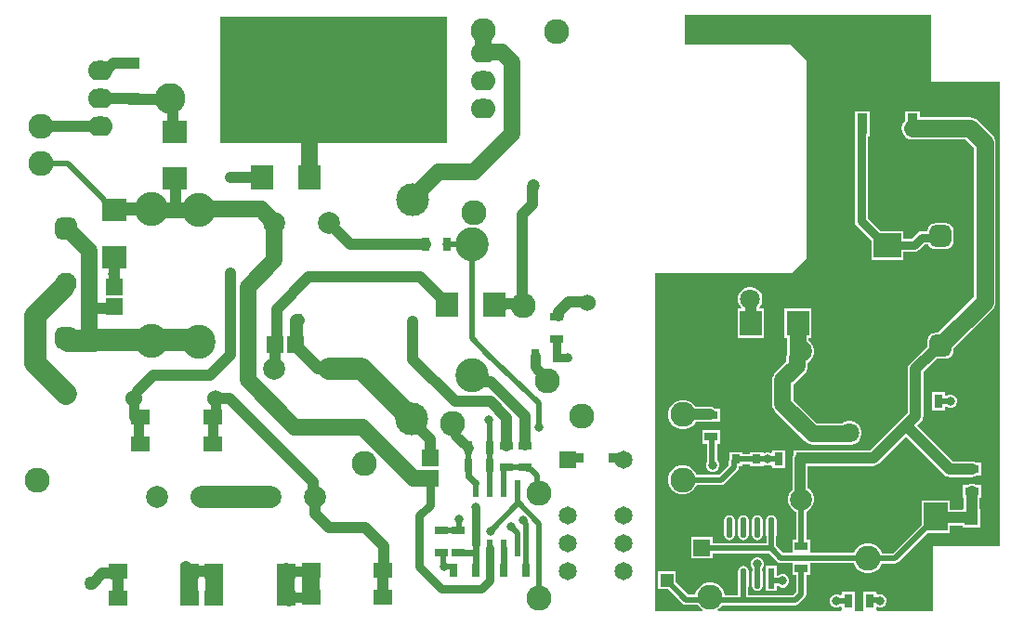
<source format=gbr>
%TF.GenerationSoftware,Altium Limited,Altium Designer,21.6.4 (81)*%
G04 Layer_Physical_Order=2*
G04 Layer_Color=16711680*
%FSLAX43Y43*%
%MOMM*%
%TF.SameCoordinates,3FCC9EDD-E33D-4AE7-AC82-89E58AA9E509*%
%TF.FilePolarity,Positive*%
%TF.FileFunction,Copper,L2,Bot,Signal*%
%TF.Part,Single*%
G01*
G75*
%TA.AperFunction,Conductor*%
%ADD15C,1.000*%
%ADD16C,0.500*%
%ADD17C,0.300*%
%ADD18C,0.800*%
%ADD19C,2.000*%
%ADD20C,1.200*%
%ADD21C,1.500*%
%TA.AperFunction,TestPad*%
%ADD32C,2.286*%
%TA.AperFunction,ComponentPad*%
%ADD33C,1.650*%
%ADD34R,1.650X1.650*%
%TA.AperFunction,TestPad*%
%ADD35C,1.950*%
G04:AMPARAMS|DCode=36|XSize=1.95mm|YSize=1.95mm|CornerRadius=0.488mm|HoleSize=0mm|Usage=FLASHONLY|Rotation=270.000|XOffset=0mm|YOffset=0mm|HoleType=Round|Shape=RoundedRectangle|*
%AMROUNDEDRECTD36*
21,1,1.950,0.975,0,0,270.0*
21,1,0.975,1.950,0,0,270.0*
1,1,0.975,-0.488,-0.488*
1,1,0.975,-0.488,0.488*
1,1,0.975,0.488,0.488*
1,1,0.975,0.488,-0.488*
%
%ADD36ROUNDEDRECTD36*%
%TA.AperFunction,ComponentPad*%
%ADD37C,2.000*%
%TA.AperFunction,TestPad*%
%ADD38C,2.000*%
%TA.AperFunction,ComponentPad*%
%ADD39C,3.000*%
%TA.AperFunction,TestPad*%
%ADD40C,1.524*%
%TA.AperFunction,ComponentPad*%
%ADD41C,2.286*%
%ADD42O,3.000X3.100*%
%TA.AperFunction,TestPad*%
%ADD43O,2.286X1.778*%
%ADD44C,4.572*%
%TA.AperFunction,ComponentPad*%
%ADD45C,2.794*%
%ADD46O,2.286X1.778*%
%TA.AperFunction,TestPad*%
%ADD47R,1.200X1.200*%
%ADD48C,1.200*%
%ADD49R,1.250X1.250*%
%ADD50C,1.250*%
%TA.AperFunction,ViaPad*%
%ADD51C,0.800*%
%ADD52C,1.270*%
%ADD53C,1.200*%
%ADD54C,1.800*%
%ADD55C,1.000*%
%TA.AperFunction,SMDPad,CuDef*%
%ADD56R,1.800X1.450*%
%ADD57R,0.900X0.950*%
%ADD58R,0.800X1.250*%
%ADD59R,2.500X2.200*%
%ADD60R,0.950X1.900*%
%ADD61R,3.250X1.900*%
%ADD62R,0.800X0.900*%
%ADD63R,0.600X1.500*%
%ADD64R,2.200X2.500*%
%ADD65R,1.250X0.800*%
%TA.AperFunction,TestPad*%
%ADD66R,2.000X2.300*%
%TA.AperFunction,SMDPad,CuDef*%
%ADD67R,2.300X2.000*%
%ADD68R,1.600X1.000*%
%ADD69R,0.543X1.874*%
G04:AMPARAMS|DCode=70|XSize=1.874mm|YSize=0.543mm|CornerRadius=0.272mm|HoleSize=0mm|Usage=FLASHONLY|Rotation=90.000|XOffset=0mm|YOffset=0mm|HoleType=Round|Shape=RoundedRectangle|*
%AMROUNDEDRECTD70*
21,1,1.874,0.000,0,0,90.0*
21,1,1.331,0.543,0,0,90.0*
1,1,0.543,0.000,0.665*
1,1,0.543,0.000,-0.665*
1,1,0.543,0.000,-0.665*
1,1,0.543,0.000,0.665*
%
%ADD70ROUNDEDRECTD70*%
%ADD71R,1.556X1.505*%
%ADD72R,2.000X2.300*%
%ADD73R,1.505X1.556*%
%TA.AperFunction,Conductor*%
%ADD74C,0.900*%
%ADD75C,1.400*%
%ADD76C,0.600*%
%ADD77C,1.600*%
%ADD78R,2.134X3.023*%
%ADD79R,3.496X3.574*%
%ADD80R,4.434X4.572*%
%ADD81R,3.040X3.937*%
%ADD82R,20.701X11.557*%
%ADD83R,2.479X2.390*%
%ADD84R,2.476X2.286*%
G36*
X84404Y48630D02*
X84455Y48579D01*
X90667D01*
X90667Y6272D01*
X84545D01*
Y331D01*
X79417Y329D01*
X79400Y456D01*
Y650D01*
X79506Y720D01*
X79617Y674D01*
X79855D01*
X80076Y766D01*
X80245Y935D01*
X80336Y1155D01*
Y1394D01*
X80245Y1614D01*
X80076Y1783D01*
X79855Y1874D01*
X79617D01*
X79506Y1828D01*
X79400Y1899D01*
Y2099D01*
X78200D01*
Y456D01*
X78200Y449D01*
X78184Y329D01*
X77416Y329D01*
X77400Y456D01*
Y2099D01*
X76200D01*
Y1811D01*
X76083Y1749D01*
X75862Y1840D01*
X75623D01*
X75403Y1749D01*
X75234Y1580D01*
X75143Y1360D01*
Y1121D01*
X75234Y901D01*
X75403Y732D01*
X75623Y640D01*
X75862D01*
X76083Y732D01*
X76200Y670D01*
Y456D01*
X76200Y449D01*
X76185Y329D01*
X64945Y326D01*
X64911Y453D01*
X65061Y540D01*
X65311Y790D01*
X65353Y862D01*
X71985D01*
X72160Y897D01*
X72309Y996D01*
X72867Y1554D01*
X72966Y1703D01*
X73001Y1879D01*
Y3635D01*
X73368D01*
Y4700D01*
X77346D01*
X77362Y4641D01*
X77538Y4335D01*
X77788Y4085D01*
X78095Y3908D01*
X78436Y3816D01*
X78790D01*
X79131Y3908D01*
X79438Y4085D01*
X79688Y4335D01*
X79864Y4641D01*
X79866Y4647D01*
X81077D01*
X81252Y4682D01*
X81401Y4781D01*
X84086Y7465D01*
X86081D01*
Y8136D01*
X87211D01*
Y7944D01*
X88861D01*
Y9594D01*
X88761D01*
Y10643D01*
X88899D01*
Y11843D01*
X88390D01*
X88238Y11906D01*
X88055Y11930D01*
X87872Y11906D01*
X87720Y11843D01*
X87249D01*
Y10643D01*
X87349D01*
Y9594D01*
X87211D01*
Y9548D01*
X86081D01*
Y10365D01*
X83481D01*
Y8158D01*
X80887Y5564D01*
X79895D01*
X79864Y5678D01*
X79688Y5984D01*
X79438Y6234D01*
X79131Y6411D01*
X78790Y6502D01*
X78436D01*
X78095Y6411D01*
X77788Y6234D01*
X77538Y5984D01*
X77362Y5678D01*
X77346Y5618D01*
X73488D01*
X73368Y5635D01*
X73368Y5745D01*
Y6835D01*
X73001D01*
Y9404D01*
X73237Y9540D01*
X73460Y9763D01*
X73618Y10037D01*
X73700Y10342D01*
Y10658D01*
X73618Y10963D01*
X73460Y11237D01*
X73237Y11460D01*
X73121Y11527D01*
Y13563D01*
X79141D01*
X79323Y13587D01*
X79494Y13658D01*
X79640Y13770D01*
X82093Y16223D01*
X85572Y12744D01*
X85718Y12631D01*
X85888Y12561D01*
X86071Y12537D01*
X88074D01*
X88257Y12561D01*
X88427Y12631D01*
X88442Y12643D01*
X88899D01*
Y13843D01*
X88442D01*
X88427Y13854D01*
X88257Y13925D01*
X88074Y13949D01*
X86364D01*
X83091Y17221D01*
X83456Y17586D01*
X83568Y17732D01*
X83638Y17902D01*
X83662Y18085D01*
Y19331D01*
X83646Y19456D01*
X83662Y19581D01*
Y22090D01*
X84907Y23334D01*
X85722D01*
X85901Y23358D01*
X86069Y23427D01*
X86212Y23537D01*
X86322Y23681D01*
X86392Y23848D01*
X86415Y24027D01*
Y24269D01*
X89948Y27802D01*
X90108Y28010D01*
X90209Y28254D01*
X90243Y28515D01*
Y43023D01*
X90209Y43285D01*
X90108Y43528D01*
X89948Y43737D01*
X88643Y45041D01*
X88434Y45201D01*
X88191Y45302D01*
X87930Y45336D01*
X83341D01*
Y45903D01*
X81991D01*
Y45051D01*
X81977Y45041D01*
X81817Y44832D01*
X81716Y44589D01*
X81682Y44328D01*
X81716Y44067D01*
X81817Y43823D01*
X81977Y43615D01*
X81991Y43604D01*
Y43603D01*
X81993D01*
X82186Y43454D01*
X82430Y43354D01*
X82691Y43319D01*
X87512D01*
X88226Y42606D01*
Y28933D01*
X84989Y25696D01*
X84747D01*
X84567Y25672D01*
X84400Y25603D01*
X84257Y25493D01*
X84146Y25349D01*
X84077Y25182D01*
X84053Y25002D01*
Y24478D01*
X82457Y22881D01*
X82345Y22735D01*
X82274Y22565D01*
X82250Y22382D01*
Y19581D01*
X82267Y19456D01*
X82250Y19331D01*
Y18377D01*
X81594Y17720D01*
X78848Y14975D01*
X73047D01*
Y14998D01*
X71846D01*
Y14582D01*
X71804Y14526D01*
X71733Y14356D01*
X71709Y14173D01*
Y11406D01*
X71540Y11237D01*
X71382Y10963D01*
X71300Y10658D01*
Y10342D01*
X71382Y10037D01*
X71540Y9763D01*
X71763Y9540D01*
X72037Y9382D01*
X72084Y9369D01*
Y6835D01*
X71718D01*
X71718Y5635D01*
X71598Y5618D01*
X70875D01*
X70258Y6235D01*
Y7148D01*
X70280Y7259D01*
Y8590D01*
X70244Y8774D01*
X70139Y8930D01*
X69983Y9034D01*
X69799Y9071D01*
X69615Y9034D01*
X69459Y8930D01*
X69355Y8774D01*
X69318Y8590D01*
Y7259D01*
X69340Y7148D01*
Y6504D01*
X64469D01*
Y7071D01*
X62513D01*
Y5166D01*
X64469D01*
Y5586D01*
X69609D01*
X70361Y4835D01*
X70510Y4735D01*
X70685Y4700D01*
X71718D01*
Y3635D01*
X72084D01*
Y2069D01*
X71795Y1780D01*
X67710D01*
Y2474D01*
X67740Y2627D01*
Y3958D01*
X67704Y4142D01*
X67599Y4298D01*
X67443Y4402D01*
X67259Y4439D01*
X67075Y4402D01*
X66919Y4298D01*
X66815Y4142D01*
X66778Y3958D01*
Y2627D01*
X66792Y2558D01*
Y1780D01*
X65580D01*
Y1791D01*
X65488Y2133D01*
X65311Y2439D01*
X65061Y2689D01*
X64755Y2866D01*
X64413Y2957D01*
X64060D01*
X63718Y2866D01*
X63412Y2689D01*
X63162Y2439D01*
X62985Y2133D01*
X62900Y1816D01*
X62238D01*
X61086Y2968D01*
Y3919D01*
X59486D01*
Y2319D01*
X60437D01*
X61723Y1033D01*
X61872Y933D01*
X62048Y898D01*
X63099D01*
X63162Y790D01*
X63412Y540D01*
X63562Y453D01*
X63528Y326D01*
X59323Y325D01*
X59233Y414D01*
Y530D01*
Y31166D01*
X71653D01*
X72983Y32495D01*
X72983Y50563D01*
X71546Y52000D01*
X61951Y52000D01*
X61951Y54667D01*
X84404D01*
Y48630D01*
D02*
G37*
%LPC*%
G36*
X78741Y45903D02*
X77391D01*
Y43603D01*
X77417D01*
Y35846D01*
X77464Y35612D01*
X77596Y35414D01*
X78916Y34094D01*
Y32359D01*
X81816D01*
Y33048D01*
X82817D01*
X83051Y33094D01*
X83250Y33227D01*
X83763Y33740D01*
X84114D01*
X84146Y33662D01*
X84257Y33519D01*
X84400Y33409D01*
X84567Y33339D01*
X84747Y33316D01*
X85722D01*
X85901Y33339D01*
X86069Y33409D01*
X86212Y33519D01*
X86322Y33662D01*
X86392Y33830D01*
X86415Y34009D01*
Y34984D01*
X86392Y35164D01*
X86322Y35331D01*
X86212Y35474D01*
X86069Y35585D01*
X85901Y35654D01*
X85722Y35677D01*
X84747D01*
X84567Y35654D01*
X84400Y35585D01*
X84257Y35474D01*
X84146Y35331D01*
X84077Y35164D01*
X84053Y34984D01*
Y34963D01*
X83509D01*
X83275Y34917D01*
X83077Y34784D01*
X82564Y34271D01*
X81816D01*
Y34959D01*
X79781D01*
X78641Y36100D01*
Y43603D01*
X78741D01*
Y45903D01*
D02*
G37*
G36*
X68039Y29853D02*
X67749D01*
X67470Y29778D01*
X67219Y29633D01*
X67014Y29428D01*
X66869Y29177D01*
X66794Y28898D01*
Y28608D01*
X66869Y28328D01*
X67014Y28077D01*
X67081Y28010D01*
X67032Y27893D01*
X66729D01*
Y25193D01*
X69129D01*
Y27893D01*
X68770D01*
X68717Y28020D01*
X68774Y28077D01*
X68919Y28328D01*
X68994Y28608D01*
Y28898D01*
X68919Y29177D01*
X68774Y29428D01*
X68570Y29633D01*
X68319Y29778D01*
X68039Y29853D01*
D02*
G37*
G36*
X85623Y20281D02*
X84423D01*
Y18631D01*
X85623D01*
Y18927D01*
X85750Y18979D01*
X85764Y18965D01*
X85984Y18874D01*
X86223D01*
X86444Y18965D01*
X86612Y19134D01*
X86704Y19354D01*
Y19593D01*
X86612Y19814D01*
X86444Y19982D01*
X86223Y20074D01*
X85984D01*
X85764Y19982D01*
X85750Y19969D01*
X85623Y20020D01*
Y20281D01*
D02*
G37*
G36*
X61924Y19579D02*
X61571D01*
X61229Y19487D01*
X60923Y19311D01*
X60673Y19061D01*
X60496Y18754D01*
X60404Y18413D01*
Y18059D01*
X60496Y17718D01*
X60673Y17411D01*
X60923Y17161D01*
X61229Y16985D01*
X61571Y16893D01*
X61924D01*
X62266Y16985D01*
X62572Y17161D01*
X62822Y17411D01*
X62906Y17557D01*
X64213D01*
X64396Y17581D01*
X64443Y17600D01*
X65163D01*
Y18800D01*
X64662D01*
X64566Y18874D01*
X64396Y18945D01*
X64213Y18969D01*
X62875D01*
X62822Y19061D01*
X62572Y19311D01*
X62266Y19487D01*
X61924Y19579D01*
D02*
G37*
G36*
X73429Y27893D02*
X71029D01*
Y25193D01*
X71280D01*
Y23852D01*
X71227Y23724D01*
X71195Y23476D01*
Y23070D01*
X70177Y22053D01*
X70025Y21855D01*
X69929Y21624D01*
X69896Y21375D01*
Y20287D01*
X69894Y20269D01*
X69896Y20252D01*
Y19175D01*
X69929Y18927D01*
X70025Y18696D01*
X70177Y18497D01*
X72893Y15782D01*
X73091Y15629D01*
X73323Y15534D01*
X73571Y15501D01*
X76621D01*
X76792Y15455D01*
X77081D01*
X77361Y15530D01*
X77612Y15675D01*
X77817Y15880D01*
X77962Y16131D01*
X78037Y16410D01*
Y16700D01*
X77962Y16980D01*
X77817Y17231D01*
X77612Y17435D01*
X77361Y17580D01*
X77081Y17655D01*
X76792D01*
X76512Y17580D01*
X76261Y17435D01*
X76243Y17417D01*
X73967D01*
X71813Y19572D01*
Y20267D01*
X71813Y20269D01*
X71813Y20272D01*
Y20979D01*
X72830Y21996D01*
X72983Y22194D01*
X73078Y22426D01*
X73111Y22674D01*
Y22967D01*
X73237Y23040D01*
X73460Y23263D01*
X73618Y23537D01*
X73700Y23842D01*
Y24158D01*
X73618Y24463D01*
X73460Y24737D01*
X73237Y24960D01*
X73197Y24983D01*
Y25193D01*
X73429D01*
Y27893D01*
D02*
G37*
G36*
X71047Y14998D02*
X69846D01*
Y14793D01*
X69719Y14712D01*
X69571Y14773D01*
X69332D01*
X69180Y14710D01*
X69053Y14789D01*
Y14823D01*
X67853D01*
Y14632D01*
X67153D01*
Y14823D01*
X65953D01*
Y14068D01*
X65944Y14023D01*
Y13616D01*
X65080Y12752D01*
X62989D01*
X62973Y12812D01*
X62797Y13118D01*
X62547Y13368D01*
X62240Y13545D01*
X61899Y13637D01*
X61545D01*
X61204Y13545D01*
X60897Y13368D01*
X60647Y13118D01*
X60471Y12812D01*
X60379Y12470D01*
Y12117D01*
X60471Y11775D01*
X60647Y11469D01*
X60897Y11219D01*
X61204Y11042D01*
X61545Y10951D01*
X61899D01*
X62240Y11042D01*
X62547Y11219D01*
X62797Y11469D01*
X62973Y11775D01*
X62989Y11835D01*
X65270D01*
X65446Y11870D01*
X65595Y11969D01*
X66727Y13102D01*
X66827Y13251D01*
X66862Y13426D01*
Y13523D01*
X67153D01*
Y13714D01*
X67853D01*
Y13523D01*
X69053D01*
Y13557D01*
X69180Y13636D01*
X69332Y13573D01*
X69571D01*
X69719Y13635D01*
X69846Y13553D01*
Y13348D01*
X71047D01*
Y14998D01*
D02*
G37*
G36*
X65163Y16800D02*
X63513D01*
Y15600D01*
X63949D01*
Y13961D01*
X63865Y13759D01*
Y13520D01*
X63957Y13300D01*
X64125Y13131D01*
X64346Y13040D01*
X64585D01*
X64805Y13131D01*
X64974Y13300D01*
X65065Y13520D01*
Y13759D01*
X64974Y13980D01*
X64867Y14087D01*
Y15600D01*
X65163D01*
Y16800D01*
D02*
G37*
G36*
X68529Y9071D02*
X68345Y9034D01*
X68189Y8930D01*
X68085Y8774D01*
X68048Y8590D01*
Y7259D01*
X68085Y7075D01*
X68189Y6919D01*
X68345Y6815D01*
X68529Y6779D01*
X68713Y6815D01*
X68869Y6919D01*
X68974Y7075D01*
X69010Y7259D01*
Y8590D01*
X68974Y8774D01*
X68869Y8930D01*
X68713Y9034D01*
X68529Y9071D01*
D02*
G37*
G36*
X67259D02*
X67075Y9034D01*
X66919Y8930D01*
X66815Y8774D01*
X66778Y8590D01*
Y7259D01*
X66815Y7075D01*
X66919Y6919D01*
X67075Y6815D01*
X67259Y6779D01*
X67443Y6815D01*
X67599Y6919D01*
X67704Y7075D01*
X67740Y7259D01*
Y8590D01*
X67704Y8774D01*
X67599Y8930D01*
X67443Y9034D01*
X67259Y9071D01*
D02*
G37*
G36*
X65989D02*
X65805Y9034D01*
X65649Y8930D01*
X65545Y8774D01*
X65508Y8590D01*
Y7259D01*
X65545Y7075D01*
X65649Y6919D01*
X65805Y6815D01*
X65989Y6779D01*
X66173Y6815D01*
X66329Y6919D01*
X66434Y7075D01*
X66470Y7259D01*
Y8590D01*
X66434Y8774D01*
X66329Y8930D01*
X66173Y9034D01*
X65989Y9071D01*
D02*
G37*
G36*
X70271Y4430D02*
X69328D01*
Y2156D01*
X70271D01*
Y2615D01*
X70448D01*
X70498Y2565D01*
X70719Y2474D01*
X70957D01*
X71178Y2565D01*
X71347Y2734D01*
X71438Y2955D01*
Y3193D01*
X71347Y3414D01*
X71178Y3583D01*
X70957Y3674D01*
X70719D01*
X70498Y3583D01*
X70448Y3533D01*
X70271D01*
Y4430D01*
D02*
G37*
G36*
X68649Y5223D02*
X68410D01*
X68189Y5131D01*
X68021Y4963D01*
X67929Y4742D01*
Y4503D01*
X68021Y4283D01*
X68070Y4233D01*
Y4069D01*
X68048Y3958D01*
Y2627D01*
X68085Y2443D01*
X68189Y2287D01*
X68345Y2183D01*
X68529Y2146D01*
X68713Y2183D01*
X68869Y2287D01*
X68974Y2443D01*
X69010Y2627D01*
Y3958D01*
X68988Y4069D01*
Y4233D01*
X69038Y4283D01*
X69129Y4503D01*
Y4742D01*
X69038Y4963D01*
X68869Y5131D01*
X68649Y5223D01*
D02*
G37*
%LPD*%
D15*
X24727Y24688D02*
Y26848D01*
X37780Y30785D02*
X40242Y28323D01*
X24727Y26848D02*
Y27860D01*
X27652Y30785D01*
X37780D01*
X40242Y28211D02*
Y28323D01*
X34527Y4029D02*
Y6206D01*
X32808Y7925D02*
X34527Y6206D01*
X29489Y7925D02*
X32808D01*
X28225Y9189D02*
X29489Y7925D01*
X28225Y9189D02*
Y10662D01*
X28053Y10834D02*
X28225Y10662D01*
X18708Y1552D02*
Y4002D01*
X17097Y1473D02*
Y3923D01*
X16436Y1910D02*
Y4360D01*
X25893Y1263D02*
Y3713D01*
X25301Y1714D02*
Y4164D01*
X27533Y1786D02*
Y4236D01*
X25633Y1755D02*
Y4205D01*
X16792Y1526D02*
Y3976D01*
X7927Y2876D02*
X7948Y2896D01*
X7927Y2845D02*
Y2876D01*
X8834Y3751D02*
X10017D01*
X7948Y2896D02*
X7979D01*
X8834Y3751D01*
X10017D02*
X10222Y3956D01*
X10242Y1526D02*
Y3976D01*
X9906Y29958D02*
Y32588D01*
X13506Y21838D02*
X18663D01*
X12026Y20357D02*
X13506Y21838D01*
X17634Y36931D02*
X17678Y36886D01*
X5975Y25286D02*
X7171D01*
X5860Y25171D02*
X5975Y25286D01*
X5500Y25171D02*
X5860D01*
X7171Y25286D02*
X7645Y25761D01*
X16792Y3976D02*
X19030D01*
X34419Y3879D02*
X34569Y4029D01*
X34419Y1504D02*
Y3879D01*
X47092Y36465D02*
X48069Y37443D01*
Y39027D01*
X47092Y28264D02*
Y36465D01*
X48069Y39027D02*
X48108Y39065D01*
X45669Y15406D02*
Y17958D01*
X40981Y19431D02*
X44196D01*
X45669Y17958D01*
X44267Y21259D02*
X47403Y18124D01*
X43099Y21259D02*
X44267D01*
X47403Y15506D02*
Y18124D01*
X82666Y44353D02*
Y44753D01*
Y44353D02*
X82691Y44328D01*
X80366Y40559D02*
Y50853D01*
X52984Y28499D02*
X53061Y28423D01*
X50399Y27541D02*
X51357Y28499D01*
X52984D01*
X50399Y27262D02*
Y27541D01*
X20472Y19669D02*
X28053Y12088D01*
X19193Y19669D02*
X20472D01*
X28053Y10834D02*
Y12088D01*
X72415Y10500D02*
Y14173D01*
X20486Y39853D02*
X23428D01*
X18663Y21838D02*
X20486Y23661D01*
Y31115D01*
X37109Y23303D02*
X40981Y19431D01*
X37109Y23303D02*
Y26756D01*
X38710Y14261D02*
Y15977D01*
X37059Y17627D02*
X38710Y15977D01*
X29486Y35738D02*
X31486Y33738D01*
X38268D01*
X49108Y20743D02*
X49108D01*
X49428Y20999D02*
Y21336D01*
X17536Y25029D02*
X17678Y24886D01*
X7645Y27940D02*
X9842D01*
X9982Y28081D01*
X15037Y47015D02*
X15239Y46813D01*
Y44239D02*
Y46813D01*
Y44239D02*
X15443Y44035D01*
X11354Y46990D02*
X15011D01*
X15070Y39887D02*
X15570Y39387D01*
Y36924D02*
Y39387D01*
X15037Y39735D02*
X15070D01*
X13335Y36963D02*
X14636D01*
X24626Y24587D02*
X24727Y24688D01*
X24556Y24517D02*
X24626Y24587D01*
X61774Y18263D02*
X64213D01*
X79141Y14269D02*
X82093Y17221D01*
X72447Y14173D02*
X72542Y14269D01*
X79141D01*
X84854Y8842D02*
X87963D01*
X88036Y8769D01*
X84781Y8915D02*
X84854Y8842D01*
X82093Y17221D02*
X82956Y18085D01*
X82093Y17221D02*
X86071Y13243D01*
X88074D01*
X88055Y8788D02*
Y11224D01*
X82956Y18085D02*
Y19331D01*
Y19581D02*
Y22382D01*
X84614Y24040D01*
X84759D02*
X85234Y24515D01*
X84614Y24040D02*
X84759D01*
X67735Y27086D02*
X67805D01*
X67911Y27193D02*
Y28736D01*
X67805Y27086D02*
X67911Y27193D01*
X67894Y28753D02*
X67911Y28736D01*
X24486Y22384D02*
X24556Y22454D01*
Y24517D01*
X8687Y49555D02*
X9162D01*
X9873Y50266D02*
X11430D01*
X9162Y49555D02*
X9873Y50266D01*
X11252Y47092D02*
X11354Y46990D01*
X8687Y47015D02*
X11252D01*
X45517Y28327D02*
X47125D01*
X44587Y28256D02*
X45517D01*
X3226Y44475D02*
X8687D01*
D16*
X47194Y8515D02*
Y8597D01*
Y8515D02*
X47461Y8249D01*
Y4283D02*
Y8249D01*
X46711Y10282D02*
X48674Y8319D01*
X46711Y6218D02*
Y7445D01*
X46101Y8055D02*
X46711Y7445D01*
X48674Y1392D02*
Y8319D01*
X39927Y4477D02*
X39984Y4420D01*
X46711Y10159D02*
Y11467D01*
X44018Y23704D02*
X48521Y19376D01*
X48674Y19223D01*
Y17071D02*
Y19223D01*
X66403Y13426D02*
Y14023D01*
X66553Y14173D01*
X61722Y12294D02*
X65270D01*
X66403Y13426D01*
X47546Y13256D02*
X47881D01*
X47396Y13406D02*
X47546Y13256D01*
X48435Y11310D02*
Y12703D01*
X47881Y13256D02*
X48435Y12703D01*
X44196Y7644D02*
X46711Y10159D01*
X41326Y7685D02*
Y8668D01*
X41300Y7659D02*
X41326Y7685D01*
Y8668D02*
X41351Y8694D01*
X39728Y7657D02*
X41298D01*
X39725Y7655D02*
X39728Y7657D01*
X41298D02*
X41300Y7659D01*
X38710Y12434D02*
X38735Y12460D01*
X48435Y11310D02*
X48569Y11176D01*
X55408Y14266D02*
X56327D01*
X55398Y14256D02*
X55408Y14266D01*
X56327D02*
X56337Y14276D01*
X51257D02*
X51278Y14256D01*
X52248D01*
X39984Y4420D02*
X40042Y4362D01*
X40713D02*
X40863Y4212D01*
X40042Y4362D02*
X40713D01*
X39927Y4477D02*
Y5505D01*
X39777Y5655D02*
X39927Y5505D01*
X39725Y5655D02*
X39777D01*
X40863Y4068D02*
Y4212D01*
X45707Y13444D02*
X47396D01*
X44070Y17750D02*
X44125Y17696D01*
Y15269D02*
X44180Y15214D01*
X44125Y15269D02*
Y17696D01*
X44014Y23708D02*
X44018Y23704D01*
X42570Y25190D02*
X44008Y23713D01*
X42570Y25190D02*
Y33788D01*
X44008Y23713D02*
X44014Y23708D01*
X42570Y21788D02*
X43099Y21259D01*
X40116Y33782D02*
X40161Y33738D01*
X44175Y13644D02*
Y15214D01*
Y11472D02*
Y13644D01*
X83858Y40559D02*
X84921Y39497D01*
X85234D01*
X86012Y19474D02*
X86030Y19491D01*
X85041Y19474D02*
X86012D01*
X85023Y19456D02*
X85041Y19474D01*
X64408Y13697D02*
X64465Y13640D01*
X64338Y16200D02*
X64408Y16130D01*
Y13697D02*
Y16130D01*
X81077Y5105D02*
X83887Y7915D01*
X78613Y5159D02*
X78667Y5105D01*
X81077D01*
X70685Y5159D02*
X78613D01*
X69799Y6045D02*
X69974Y5871D01*
X69799Y6045D02*
Y7925D01*
X69974Y5871D02*
X70685Y5159D01*
X63565Y6045D02*
X69799D01*
Y7925D02*
X69799Y7925D01*
X63491Y6119D02*
X63565Y6045D01*
X67251Y1338D02*
Y3356D01*
X67234Y1321D02*
X71985D01*
X64426D02*
X67234D01*
X67251Y1338D01*
Y3356D02*
X67259Y3364D01*
X71985Y1321D02*
X72543Y1879D01*
Y4235D01*
X72542Y6314D02*
Y10458D01*
X66553Y14173D02*
X68453D01*
X67500Y21846D02*
Y24000D01*
X69051Y20269D02*
Y20295D01*
X67500Y21846D02*
X69051Y20295D01*
X64958Y24000D02*
X67500D01*
X60561Y28398D02*
X64958Y24000D01*
X37059Y17627D02*
Y17811D01*
X42901Y6067D02*
X42913Y6080D01*
X9006Y37638D02*
X9681Y36963D01*
X5715Y41097D02*
X9006Y37806D01*
X3293Y41097D02*
X5715D01*
X9681Y36963D02*
X9850D01*
X9006Y37638D02*
Y37806D01*
X79784Y1298D02*
X79807Y1321D01*
X78823Y1298D02*
X79784D01*
X78800Y1274D02*
X78823Y1298D01*
X69452Y14173D02*
X70447D01*
X68707D02*
X69452D01*
X68529Y3293D02*
Y4623D01*
X83887Y7915D02*
X83931D01*
X84708Y8692D01*
Y8769D01*
X76783Y1257D02*
X76800Y1274D01*
X75743Y1240D02*
X75760Y1257D01*
X76783D01*
X69799Y3096D02*
X69821Y3074D01*
X69799Y3096D02*
Y3293D01*
X69821Y3074D02*
X70838D01*
X63491Y4317D02*
X63517D01*
X65969Y3529D02*
X65989Y3509D01*
Y3293D02*
Y3509D01*
X64305Y3529D02*
X65969D01*
X63517Y4317D02*
X64305Y3529D01*
X62048Y1357D02*
X64237D01*
Y1510D02*
X64426Y1321D01*
X60286Y3119D02*
X62048Y1357D01*
X88055Y11224D02*
X88074Y11243D01*
X88036Y8769D02*
X88055Y8788D01*
X42180Y13644D02*
Y15214D01*
X45669Y13406D02*
X45707Y13444D01*
X42180Y13644D02*
X42217Y13607D01*
X42846Y11967D02*
X42851D01*
X42901Y11917D01*
Y11467D02*
Y11917D01*
X44171Y11467D02*
X44175Y11472D01*
X45441Y13256D02*
X45591Y13406D01*
X45441Y11467D02*
Y13256D01*
X45591Y13406D02*
X45669D01*
X40268Y33738D02*
X40293Y33763D01*
X42545D02*
X42570Y33788D01*
X40293Y33763D02*
X42545D01*
X9906Y29958D02*
X9982Y29882D01*
X9906Y36888D02*
X9981Y36963D01*
D17*
X7823Y2845D02*
X7927D01*
X9667Y3401D02*
X10242Y3976D01*
X18896Y18040D02*
X19193Y18337D01*
X28116Y1467D02*
X28169Y1520D01*
X28116Y3917D02*
X28169Y3970D01*
D18*
X42901Y6456D02*
Y9844D01*
X43411Y2323D02*
X44171Y3083D01*
X37719Y4364D02*
X39760Y2323D01*
X43411D01*
X37719Y4364D02*
Y9007D01*
X38710Y9997D02*
Y12434D01*
X37719Y9007D02*
X38710Y9997D01*
X44171Y3083D02*
Y6067D01*
X83509Y34352D02*
X85089D01*
X80366Y33659D02*
X82817D01*
X85089Y34352D02*
X85234Y34497D01*
X82817Y33659D02*
X83509Y34352D01*
X78029Y35846D02*
Y44925D01*
Y35846D02*
X80216Y33659D01*
X80366D01*
X50274Y23409D02*
X51257D01*
X50274D02*
Y23721D01*
Y23597D02*
Y25162D01*
X50049D02*
X50274D01*
D19*
X5693Y24978D02*
X8103D01*
X8052Y25029D02*
X13335D01*
X5500Y25171D02*
X5693Y24978D01*
X13335Y25029D02*
X17536D01*
X2769Y27252D02*
X5275Y29758D01*
X2769Y22903D02*
Y27252D01*
X24143Y10744D02*
X24194Y10693D01*
X17868Y10744D02*
X24143D01*
X29486Y22384D02*
X32486D01*
X37059Y17811D01*
X2769Y22903D02*
X5500Y20171D01*
D20*
X28452Y22537D02*
X29333D01*
X26428Y24561D02*
Y24587D01*
Y24561D02*
X28452Y22537D01*
X29333D02*
X29486Y22384D01*
X26554Y26823D02*
X26579Y26848D01*
X26428Y24587D02*
X26554Y24713D01*
X26579Y26848D02*
X26679D01*
X26554Y24713D02*
Y26823D01*
X9981Y36963D02*
X13335D01*
D21*
X26388Y17071D02*
X32574D01*
X37186Y12460D01*
X38735D01*
X23281Y36943D02*
X24486Y35738D01*
X17735Y36943D02*
X23281D01*
X80366Y40559D02*
X83858D01*
X5500Y35175D02*
X5725Y34950D01*
X7645Y27940D02*
Y33206D01*
X5725Y34950D02*
X5901D01*
X7645Y33206D01*
X5275Y29758D02*
Y29828D01*
X7645Y25761D02*
Y27940D01*
X5275Y29828D02*
X5500Y30053D01*
Y30175D01*
X22094Y21366D02*
Y29894D01*
Y21366D02*
X26388Y17071D01*
X22094Y29894D02*
X24486Y32286D01*
X27728Y39853D02*
Y45466D01*
Y39853D02*
X27762Y39887D01*
X24486Y32286D02*
Y35738D01*
X39522Y40386D02*
X42735D01*
X37109Y37973D02*
X39522Y40386D01*
X42735D02*
X46152Y43803D01*
X70855Y19175D02*
X73571Y16459D01*
X76841D02*
X76937Y16555D01*
X73571Y16459D02*
X76841D01*
X70852Y20269D02*
X70855Y20267D01*
Y19175D02*
Y20267D01*
Y20272D02*
Y21375D01*
X72153Y22674D02*
Y23476D01*
X70852Y20269D02*
X70855Y20272D01*
Y21375D02*
X72153Y22674D01*
Y23476D02*
X72248Y23571D01*
X72239Y23597D02*
Y26533D01*
X72229Y26543D02*
X72239Y26533D01*
X43568Y51243D02*
X43580Y51255D01*
X43568Y51243D02*
Y53227D01*
X43557Y51232D02*
X43568Y51243D01*
Y53227D02*
X43580Y53238D01*
X45273Y51255D02*
X46152Y50376D01*
X43580Y51255D02*
X45273D01*
X46152Y43803D02*
Y50376D01*
X37109Y37786D02*
Y37973D01*
D32*
X48620Y1504D02*
D03*
X61722Y12294D02*
D03*
X47158Y28198D02*
D03*
X40792Y17428D02*
D03*
X48674Y11100D02*
D03*
X52524Y18098D02*
D03*
X3226Y44475D02*
D03*
X32741Y13792D02*
D03*
X49428Y21336D02*
D03*
X78613Y5159D02*
D03*
X64237Y1614D02*
D03*
X74371Y39065D02*
D03*
X2896Y12294D02*
D03*
X3293Y41097D02*
D03*
X61747Y18236D02*
D03*
D33*
X56355Y14094D02*
D03*
Y9014D02*
D03*
Y6474D02*
D03*
Y3934D02*
D03*
X51275D02*
D03*
Y6474D02*
D03*
Y9014D02*
D03*
D34*
Y14094D02*
D03*
D35*
X5500Y20171D02*
D03*
X5500Y30175D02*
D03*
X85234Y39497D02*
D03*
X85234Y29515D02*
D03*
D36*
X5500Y25171D02*
D03*
X5500Y35175D02*
D03*
X85234Y34497D02*
D03*
X85234Y24515D02*
D03*
D37*
X28194Y10693D02*
D03*
X24194D02*
D03*
X29486Y22384D02*
D03*
X24486D02*
D03*
X17868Y10744D02*
D03*
X13868D02*
D03*
X24486Y35738D02*
D03*
X29486D02*
D03*
D38*
X67500Y10500D02*
D03*
X72500D02*
D03*
Y24000D02*
D03*
X67500D02*
D03*
D39*
X37059Y17811D02*
D03*
X37109Y37786D02*
D03*
D40*
X11693Y19694D02*
D03*
X19193Y19669D02*
D03*
X53061Y28423D02*
D03*
X60561Y28398D02*
D03*
D41*
X50241Y53111D02*
D03*
X43580Y53238D02*
D03*
X42674Y36624D02*
D03*
X87224Y46660D02*
D03*
D42*
X42570Y21788D02*
D03*
Y33788D02*
D03*
X17678Y24886D02*
D03*
Y36886D02*
D03*
X13335Y36963D02*
D03*
Y24963D02*
D03*
D43*
X43557Y51232D02*
D03*
Y48692D02*
D03*
Y46152D02*
D03*
D44*
X23364Y48692D02*
D03*
D45*
X15037Y47015D02*
D03*
D46*
X8687Y44475D02*
D03*
Y47015D02*
D03*
Y49555D02*
D03*
D47*
X60286Y3119D02*
D03*
D48*
Y5659D02*
D03*
Y8199D02*
D03*
D49*
X88036Y8769D02*
D03*
D50*
Y15869D02*
D03*
D51*
X47194Y8597D02*
D03*
X46101Y8055D02*
D03*
X48674Y17071D02*
D03*
X44196Y7644D02*
D03*
X41351Y8694D02*
D03*
X42901Y9844D02*
D03*
X39984Y4420D02*
D03*
X44070Y17750D02*
D03*
X86104Y19474D02*
D03*
X64465Y13640D02*
D03*
X20486Y39853D02*
D03*
Y31115D02*
D03*
X51257Y23409D02*
D03*
X37109Y26756D02*
D03*
X79736Y1274D02*
D03*
X69452Y14173D02*
D03*
X68529Y4623D02*
D03*
X75743Y1240D02*
D03*
X70838Y3074D02*
D03*
D52*
X7823Y2845D02*
D03*
D53*
X48108Y39065D02*
D03*
D54*
X76937Y16555D02*
D03*
X67894Y28753D02*
D03*
D55*
X9881Y31043D02*
D03*
D56*
X12346Y18040D02*
D03*
X18896D02*
D03*
X12346Y15590D02*
D03*
X18896D02*
D03*
X19030Y3976D02*
D03*
X25580D02*
D03*
X19030Y1526D02*
D03*
X25580D02*
D03*
X16792D02*
D03*
X10242D02*
D03*
X16792Y3976D02*
D03*
X10242D02*
D03*
X34419Y1579D02*
D03*
X27869D02*
D03*
X34419Y4029D02*
D03*
X27869D02*
D03*
D57*
X52248Y14256D02*
D03*
X55398Y14256D02*
D03*
D58*
X45431Y4029D02*
D03*
X47431D02*
D03*
X50274Y23597D02*
D03*
X48274D02*
D03*
X70447Y12487D02*
D03*
X72447D02*
D03*
X42180Y15214D02*
D03*
X44180D02*
D03*
Y13644D02*
D03*
X42180D02*
D03*
X78800Y1274D02*
D03*
X76800D02*
D03*
X72447Y14173D02*
D03*
X70447D02*
D03*
X85023Y19456D02*
D03*
X83023D02*
D03*
X38268Y33738D02*
D03*
X40268D02*
D03*
X42863Y4068D02*
D03*
X40863D02*
D03*
X24679Y26848D02*
D03*
X26679D02*
D03*
D59*
X80366Y33659D02*
D03*
Y40559D02*
D03*
D60*
X82666Y44753D02*
D03*
X80366D02*
D03*
X78066D02*
D03*
D61*
X80366Y50853D02*
D03*
D62*
X66553Y14173D02*
D03*
X68453D02*
D03*
X67503Y12173D02*
D03*
D63*
X42901Y11467D02*
D03*
X44171D02*
D03*
X45441D02*
D03*
X46711D02*
D03*
X42901Y6067D02*
D03*
X44171D02*
D03*
X45441D02*
D03*
X46711D02*
D03*
D64*
X84781Y8915D02*
D03*
X77881D02*
D03*
D65*
X64338Y18200D02*
D03*
Y16200D02*
D03*
X47396Y13406D02*
D03*
Y15406D02*
D03*
X39725Y7655D02*
D03*
Y5655D02*
D03*
X41300Y7659D02*
D03*
Y5659D02*
D03*
X88074Y13243D02*
D03*
Y11243D02*
D03*
X72543Y6235D02*
D03*
Y4235D02*
D03*
X45669Y15406D02*
D03*
Y13406D02*
D03*
X50274Y27162D02*
D03*
Y25162D02*
D03*
D66*
X67929Y26543D02*
D03*
X72229D02*
D03*
D67*
X9906Y32588D02*
D03*
Y36888D02*
D03*
X15443Y39735D02*
D03*
Y44035D02*
D03*
D68*
X11430Y47066D02*
D03*
Y50266D02*
D03*
D69*
X69799Y3293D02*
D03*
D70*
X68529D02*
D03*
X67259D02*
D03*
X65989D02*
D03*
Y7925D02*
D03*
X67259D02*
D03*
X68529D02*
D03*
X69799D02*
D03*
D71*
X63491Y6119D02*
D03*
Y4317D02*
D03*
X9982Y29882D02*
D03*
Y28081D02*
D03*
X38710Y14261D02*
D03*
Y12460D02*
D03*
D72*
X23428Y39853D02*
D03*
X27728D02*
D03*
X40287Y28256D02*
D03*
X44587D02*
D03*
D73*
X69051Y20269D02*
D03*
X70852D02*
D03*
X26428Y24587D02*
D03*
X24626D02*
D03*
D74*
X12116Y15820D02*
Y17810D01*
Y15820D02*
X12346Y15590D01*
X12116Y17810D02*
X12346Y18040D01*
X11693D02*
Y19694D01*
X18896Y15590D02*
Y18040D01*
X19193Y18337D02*
Y19669D01*
X28116Y1467D02*
Y3917D01*
X25607Y4003D02*
X27843D01*
X27869Y4029D01*
X25580Y3976D02*
X25607Y4003D01*
Y1553D02*
X27843D01*
X27869Y1579D01*
X25580Y1526D02*
X25607Y1553D01*
X19053Y1526D02*
X19328Y1801D01*
X19030Y1526D02*
X19053D01*
X19328Y1801D02*
Y3701D01*
X49009Y21704D02*
Y21822D01*
X48793Y21488D02*
X49009Y21704D01*
X48274Y22556D02*
X49009Y21822D01*
X48274Y22556D02*
Y23597D01*
X42130Y15264D02*
Y15389D01*
X41058Y16337D02*
X42005Y15389D01*
X40938Y16907D02*
X41058Y16788D01*
X42130Y15264D02*
X42180Y15214D01*
X40488Y16907D02*
X40938D01*
X42005Y15389D02*
X42130D01*
X41058Y16337D02*
Y16788D01*
D75*
X15570Y36931D02*
X17634D01*
X14636Y36924D02*
X15570D01*
D76*
X45431Y4029D02*
X45441Y4354D01*
Y6067D01*
X42901Y6456D02*
X42913Y6443D01*
Y6080D02*
Y6443D01*
X42863Y4362D02*
Y5659D01*
X42783D02*
X42783Y5659D01*
X41300Y5659D02*
X42783D01*
X42863D02*
Y6030D01*
X42217Y12596D02*
Y13607D01*
Y12596D02*
X42846Y11967D01*
D77*
X87930Y44328D02*
X89234Y43023D01*
Y28515D02*
Y43023D01*
X82691Y44328D02*
X87930D01*
X85234Y24515D02*
X89234Y28515D01*
D78*
X60554Y28308D02*
D03*
D79*
X85171Y29480D02*
D03*
D80*
X85184Y39395D02*
D03*
D81*
X74502Y39154D02*
D03*
D82*
X29904Y48755D02*
D03*
D83*
X85212Y29541D02*
D03*
D84*
X85211Y40542D02*
D03*
%TF.MD5,264ee1753e33f3f45b9294c8e7cb76b0*%
M02*

</source>
